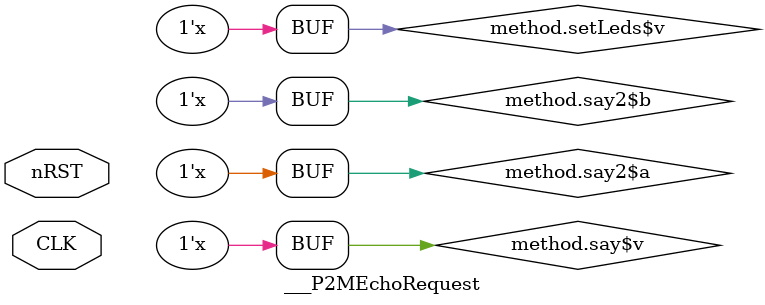
<source format=sv>
`include "printf.generated.vh"

`default_nettype none
module ___P2MEchoRequest (input wire CLK, input wire nRST,
    EchoRequest.client method,
    PipeIn.server pipe);
    // Extra assigments, not to output wires
    assign method.say$v = pipe.enq$v[ ( (16 + 128) - 32-1 ) : ( ((16 + 128) - 32 - 32) ) ];
    assign method.say2$a = pipe.enq$v[ ( (16 + 128) - 32-1 ) : ( ((16 + 128) - 32 - 16) ) ];
    assign method.say2$b = pipe.enq$v[ ( ((16 + 128) - 32 - 16)-1 ) : ( (((16 + 128) - 32 - 16) - 16) ) ];
    assign method.say2__ENA = pipe.enq__ENA && pipe.enq__RDY && ( pipe.enq$v[ ( ( 16 + 128 ) - 1 ) : ( ( 16 + 128 ) - 16 ) ] == 16'd1 );
    assign method.say__ENA = pipe.enq__ENA && pipe.enq__RDY && ( pipe.enq$v[ ( ( 16 + 128 ) - 1 ) : ( ( 16 + 128 ) - 16 ) ] == 16'd0 );
    assign method.setLeds$v = pipe.enq$v[ ( (16 + 128) - 32-24-1 ) : ( ((16 + 128) - 32-24 - 8) ) ];
    assign method.setLeds__ENA = pipe.enq__ENA && pipe.enq__RDY && ( pipe.enq$v[ ( ( 16 + 128 ) - 1 ) : ( ( 16 + 128 ) - 16 ) ] == 16'd2 );
    assign pipe.enq__RDY = ( method.say__RDY && ( ( method.say2__RDY && ( method.setLeds__RDY || ( !( pipe.enq$v[ ( ( 16 + 128 ) - 1 ) : ( ( 16 + 128 ) - 16 ) ] == 16'd2 ) ) ) ) || ( ( !method.say2__RDY ) && ( !( ( method.setLeds__RDY && ( pipe.enq$v[ ( ( 16 + 128 ) - 1 ) : ( ( 16 + 128 ) - 16 ) ] == 16'd1 ) ) || ( ( !method.setLeds__RDY ) && ( ( pipe.enq$v[ ( ( 16 + 128 ) - 1 ) : ( ( 16 + 128 ) - 16 ) ] == 16'd2 ) || ( pipe.enq$v[ ( ( 16 + 128 ) - 1 ) : ( ( 16 + 128 ) - 16 ) ] == 16'd1 ) ) ) ) ) ) ) ) || ( ( !method.say__RDY ) && ( !( ( method.say2__RDY && ( ( method.setLeds__RDY && ( pipe.enq$v[ ( ( 16 + 128 ) - 1 ) : ( ( 16 + 128 ) - 16 ) ] == 16'd0 ) ) || ( ( !method.setLeds__RDY ) && ( ( pipe.enq$v[ ( ( 16 + 128 ) - 1 ) : ( ( 16 + 128 ) - 16 ) ] == 16'd2 ) || ( pipe.enq$v[ ( ( 16 + 128 ) - 1 ) : ( ( 16 + 128 ) - 16 ) ] == 16'd0 ) ) ) ) ) || ( ( !method.say2__RDY ) && ( ( method.setLeds__RDY && ( ( pipe.enq$v[ ( ( 16 + 128 ) - 1 ) : ( ( 16 + 128 ) - 16 ) ] == 16'd1 ) || ( pipe.enq$v[ ( ( 16 + 128 ) - 1 ) : ( ( 16 + 128 ) - 16 ) ] == 16'd0 ) ) ) || ( ( !method.setLeds__RDY ) && ( ( pipe.enq$v[ ( ( 16 + 128 ) - 1 ) : ( ( 16 + 128 ) - 16 ) ] == 16'd2 ) || ( pipe.enq$v[ ( ( 16 + 128 ) - 1 ) : ( ( 16 + 128 ) - 16 ) ] == 16'd1 ) || ( pipe.enq$v[ ( ( 16 + 128 ) - 1 ) : ( ( 16 + 128 ) - 16 ) ] == 16'd0 ) ) ) ) ) ) ) );
endmodule

`default_nettype wire    // set back to default value

</source>
